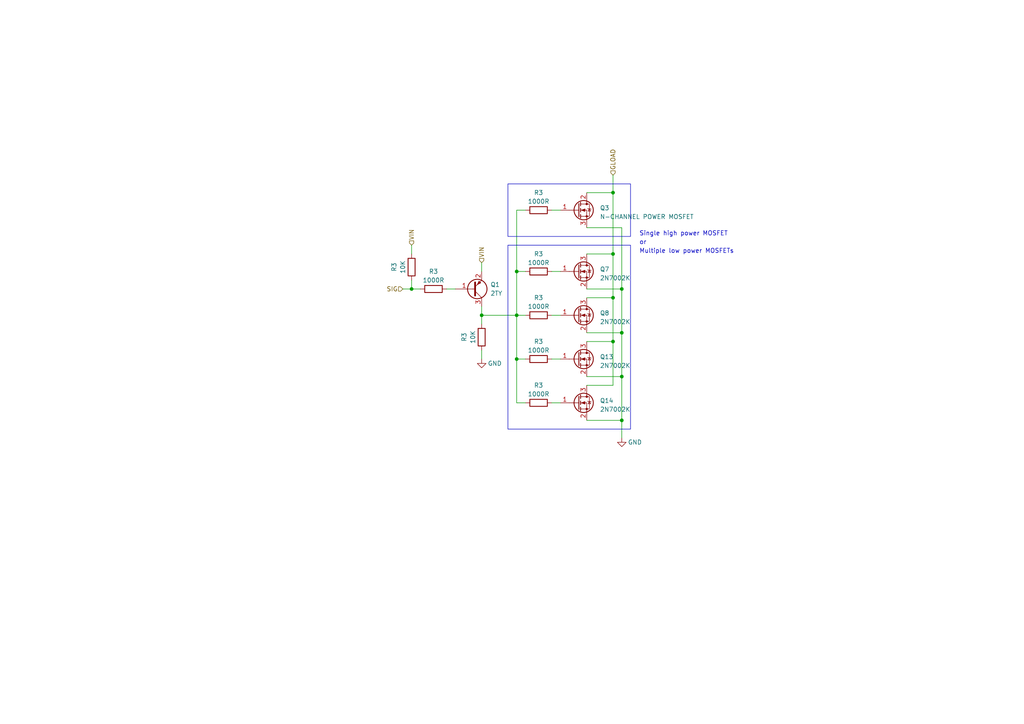
<source format=kicad_sch>
(kicad_sch (version 20230121) (generator eeschema)

  (uuid 8cb43ca4-5e97-434c-82b7-4e3e880c0aba)

  (paper "A4")

  (lib_symbols
    (symbol "Custom:2TY" (pin_names (offset 0) hide) (in_bom yes) (on_board yes)
      (property "Reference" "Q3" (at 5.08 -0.635 0)
        (effects (font (size 1.27 1.27)) (justify left))
      )
      (property "Value" "2TY" (at 5.08 1.905 0)
        (effects (font (size 1.27 1.27)) (justify left))
      )
      (property "Footprint" "Package_TO_SOT_SMD:SOT-23" (at 5.08 1.905 0)
        (effects (font (size 1.27 1.27) italic) (justify left) hide)
      )
      (property "Datasheet" "" (at 0 0 0)
        (effects (font (size 1.27 1.27)) (justify left) hide)
      )
      (property "ki_keywords" "S8550 PNP Low Voltage High Current Transistor" (at 0 0 0)
        (effects (font (size 1.27 1.27)) hide)
      )
      (property "ki_description" "0.7A Ic, 20V Vce, Low Voltage High Current PNP Transistor, TO-92" (at 0 0 0)
        (effects (font (size 1.27 1.27)) hide)
      )
      (property "ki_fp_filters" "TO?92*" (at 0 0 0)
        (effects (font (size 1.27 1.27)) hide)
      )
      (symbol "2TY_0_1"
        (polyline
          (pts
            (xy 0 0)
            (xy 0.635 0)
          )
          (stroke (width 0) (type default))
          (fill (type none))
        )
        (polyline
          (pts
            (xy 2.54 -2.54)
            (xy 0.635 -0.635)
          )
          (stroke (width 0) (type default))
          (fill (type none))
        )
        (polyline
          (pts
            (xy 2.54 2.54)
            (xy 0.635 0.635)
          )
          (stroke (width 0) (type default))
          (fill (type none))
        )
        (polyline
          (pts
            (xy 0.635 1.905)
            (xy 0.635 -1.905)
            (xy 0.635 -1.905)
          )
          (stroke (width 0.508) (type default))
          (fill (type outline))
        )
        (polyline
          (pts
            (xy 1.778 -2.286)
            (xy 2.286 -1.778)
            (xy 1.27 -1.27)
            (xy 1.778 -2.286)
            (xy 1.778 -2.286)
          )
          (stroke (width 0) (type default))
          (fill (type outline))
        )
        (circle (center 1.27 0) (radius 2.8194)
          (stroke (width 0.254) (type default))
          (fill (type none))
        )
      )
      (symbol "2TY_1_1"
        (pin input line (at -5.08 0 0) (length 5.08)
          (name "B" (effects (font (size 1.27 1.27))))
          (number "1" (effects (font (size 1.27 1.27))))
        )
        (pin passive line (at 2.54 -5.08 90) (length 2.54)
          (name "E" (effects (font (size 1.27 1.27))))
          (number "2" (effects (font (size 1.27 1.27))))
        )
        (pin passive line (at 2.54 5.08 270) (length 2.54)
          (name "C" (effects (font (size 1.27 1.27))))
          (number "3" (effects (font (size 1.27 1.27))))
        )
      )
    )
    (symbol "Device:R" (pin_numbers hide) (pin_names (offset 0)) (in_bom yes) (on_board yes)
      (property "Reference" "R" (at 2.032 0 90)
        (effects (font (size 1.27 1.27)))
      )
      (property "Value" "R" (at 0 0 90)
        (effects (font (size 1.27 1.27)))
      )
      (property "Footprint" "" (at -1.778 0 90)
        (effects (font (size 1.27 1.27)) hide)
      )
      (property "Datasheet" "~" (at 0 0 0)
        (effects (font (size 1.27 1.27)) hide)
      )
      (property "ki_keywords" "R res resistor" (at 0 0 0)
        (effects (font (size 1.27 1.27)) hide)
      )
      (property "ki_description" "Resistor" (at 0 0 0)
        (effects (font (size 1.27 1.27)) hide)
      )
      (property "ki_fp_filters" "R_*" (at 0 0 0)
        (effects (font (size 1.27 1.27)) hide)
      )
      (symbol "R_0_1"
        (rectangle (start -1.016 -2.54) (end 1.016 2.54)
          (stroke (width 0.254) (type default))
          (fill (type none))
        )
      )
      (symbol "R_1_1"
        (pin passive line (at 0 3.81 270) (length 1.27)
          (name "~" (effects (font (size 1.27 1.27))))
          (number "1" (effects (font (size 1.27 1.27))))
        )
        (pin passive line (at 0 -3.81 90) (length 1.27)
          (name "~" (effects (font (size 1.27 1.27))))
          (number "2" (effects (font (size 1.27 1.27))))
        )
      )
    )
    (symbol "Transistor_FET:2N7002K" (pin_names hide) (in_bom yes) (on_board yes)
      (property "Reference" "Q" (at 5.08 1.905 0)
        (effects (font (size 1.27 1.27)) (justify left))
      )
      (property "Value" "2N7002K" (at 5.08 0 0)
        (effects (font (size 1.27 1.27)) (justify left))
      )
      (property "Footprint" "Package_TO_SOT_SMD:SOT-23" (at 5.08 -1.905 0)
        (effects (font (size 1.27 1.27) italic) (justify left) hide)
      )
      (property "Datasheet" "https://www.diodes.com/assets/Datasheets/ds30896.pdf" (at 0 0 0)
        (effects (font (size 1.27 1.27)) (justify left) hide)
      )
      (property "ki_keywords" "N-Channel MOSFET" (at 0 0 0)
        (effects (font (size 1.27 1.27)) hide)
      )
      (property "ki_description" "0.38A Id, 60V Vds, N-Channel MOSFET, SOT-23" (at 0 0 0)
        (effects (font (size 1.27 1.27)) hide)
      )
      (property "ki_fp_filters" "SOT?23*" (at 0 0 0)
        (effects (font (size 1.27 1.27)) hide)
      )
      (symbol "2N7002K_0_1"
        (polyline
          (pts
            (xy 0.254 0)
            (xy -2.54 0)
          )
          (stroke (width 0) (type default))
          (fill (type none))
        )
        (polyline
          (pts
            (xy 0.254 1.905)
            (xy 0.254 -1.905)
          )
          (stroke (width 0.254) (type default))
          (fill (type none))
        )
        (polyline
          (pts
            (xy 0.762 -1.27)
            (xy 0.762 -2.286)
          )
          (stroke (width 0.254) (type default))
          (fill (type none))
        )
        (polyline
          (pts
            (xy 0.762 0.508)
            (xy 0.762 -0.508)
          )
          (stroke (width 0.254) (type default))
          (fill (type none))
        )
        (polyline
          (pts
            (xy 0.762 2.286)
            (xy 0.762 1.27)
          )
          (stroke (width 0.254) (type default))
          (fill (type none))
        )
        (polyline
          (pts
            (xy 2.54 2.54)
            (xy 2.54 1.778)
          )
          (stroke (width 0) (type default))
          (fill (type none))
        )
        (polyline
          (pts
            (xy 2.54 -2.54)
            (xy 2.54 0)
            (xy 0.762 0)
          )
          (stroke (width 0) (type default))
          (fill (type none))
        )
        (polyline
          (pts
            (xy 0.762 -1.778)
            (xy 3.302 -1.778)
            (xy 3.302 1.778)
            (xy 0.762 1.778)
          )
          (stroke (width 0) (type default))
          (fill (type none))
        )
        (polyline
          (pts
            (xy 1.016 0)
            (xy 2.032 0.381)
            (xy 2.032 -0.381)
            (xy 1.016 0)
          )
          (stroke (width 0) (type default))
          (fill (type outline))
        )
        (polyline
          (pts
            (xy 2.794 0.508)
            (xy 2.921 0.381)
            (xy 3.683 0.381)
            (xy 3.81 0.254)
          )
          (stroke (width 0) (type default))
          (fill (type none))
        )
        (polyline
          (pts
            (xy 3.302 0.381)
            (xy 2.921 -0.254)
            (xy 3.683 -0.254)
            (xy 3.302 0.381)
          )
          (stroke (width 0) (type default))
          (fill (type none))
        )
        (circle (center 1.651 0) (radius 2.794)
          (stroke (width 0.254) (type default))
          (fill (type none))
        )
        (circle (center 2.54 -1.778) (radius 0.254)
          (stroke (width 0) (type default))
          (fill (type outline))
        )
        (circle (center 2.54 1.778) (radius 0.254)
          (stroke (width 0) (type default))
          (fill (type outline))
        )
      )
      (symbol "2N7002K_1_1"
        (pin input line (at -5.08 0 0) (length 2.54)
          (name "G" (effects (font (size 1.27 1.27))))
          (number "1" (effects (font (size 1.27 1.27))))
        )
        (pin passive line (at 2.54 -5.08 90) (length 2.54)
          (name "S" (effects (font (size 1.27 1.27))))
          (number "2" (effects (font (size 1.27 1.27))))
        )
        (pin passive line (at 2.54 5.08 270) (length 2.54)
          (name "D" (effects (font (size 1.27 1.27))))
          (number "3" (effects (font (size 1.27 1.27))))
        )
      )
    )
    (symbol "Transistor_FET:IPD50R3K0CE" (pin_names hide) (in_bom yes) (on_board yes)
      (property "Reference" "Q" (at 5.08 1.905 0)
        (effects (font (size 1.27 1.27)) (justify left))
      )
      (property "Value" "IPD50R3K0CE" (at 5.08 0 0)
        (effects (font (size 1.27 1.27)) (justify left))
      )
      (property "Footprint" "Package_TO_SOT_SMD:TO-252-2" (at 5.08 -1.905 0)
        (effects (font (size 1.27 1.27) italic) (justify left) hide)
      )
      (property "Datasheet" "https://www.infineon.com/dgdl/IPx50R3K0CE_2_0.pdf?folderId=db3a3043163797a6011637d4bae7003b&fileId=db3a304339dcf4b10139e7e9ff592ce4" (at 0 0 0)
        (effects (font (size 1.27 1.27)) (justify left) hide)
      )
      (property "ki_keywords" "CoolMOS Power MOSFET N-MOS" (at 0 0 0)
        (effects (font (size 1.27 1.27)) hide)
      )
      (property "ki_description" "1.7A Id, 500V Vds, CoolMOS N-Channel Power MOSFET, 3Ohm Ron, 4.3nC Qg (typ), TO-252-2" (at 0 0 0)
        (effects (font (size 1.27 1.27)) hide)
      )
      (property "ki_fp_filters" "TO?252*" (at 0 0 0)
        (effects (font (size 1.27 1.27)) hide)
      )
      (symbol "IPD50R3K0CE_0_1"
        (polyline
          (pts
            (xy 0.254 0)
            (xy -2.54 0)
          )
          (stroke (width 0) (type default))
          (fill (type none))
        )
        (polyline
          (pts
            (xy 0.254 1.905)
            (xy 0.254 -1.905)
          )
          (stroke (width 0.254) (type default))
          (fill (type none))
        )
        (polyline
          (pts
            (xy 0.762 -1.27)
            (xy 0.762 -2.286)
          )
          (stroke (width 0.254) (type default))
          (fill (type none))
        )
        (polyline
          (pts
            (xy 0.762 0.508)
            (xy 0.762 -0.508)
          )
          (stroke (width 0.254) (type default))
          (fill (type none))
        )
        (polyline
          (pts
            (xy 0.762 2.286)
            (xy 0.762 1.27)
          )
          (stroke (width 0.254) (type default))
          (fill (type none))
        )
        (polyline
          (pts
            (xy 2.54 2.54)
            (xy 2.54 1.778)
          )
          (stroke (width 0) (type default))
          (fill (type none))
        )
        (polyline
          (pts
            (xy 2.54 -2.54)
            (xy 2.54 0)
            (xy 0.762 0)
          )
          (stroke (width 0) (type default))
          (fill (type none))
        )
        (polyline
          (pts
            (xy 0.762 -1.778)
            (xy 3.302 -1.778)
            (xy 3.302 1.778)
            (xy 0.762 1.778)
          )
          (stroke (width 0) (type default))
          (fill (type none))
        )
        (polyline
          (pts
            (xy 1.016 0)
            (xy 2.032 0.381)
            (xy 2.032 -0.381)
            (xy 1.016 0)
          )
          (stroke (width 0) (type default))
          (fill (type outline))
        )
        (polyline
          (pts
            (xy 2.794 0.508)
            (xy 2.921 0.381)
            (xy 3.683 0.381)
            (xy 3.81 0.254)
          )
          (stroke (width 0) (type default))
          (fill (type none))
        )
        (polyline
          (pts
            (xy 3.302 0.381)
            (xy 2.921 -0.254)
            (xy 3.683 -0.254)
            (xy 3.302 0.381)
          )
          (stroke (width 0) (type default))
          (fill (type none))
        )
        (circle (center 1.651 0) (radius 2.794)
          (stroke (width 0.254) (type default))
          (fill (type none))
        )
        (circle (center 2.54 -1.778) (radius 0.254)
          (stroke (width 0) (type default))
          (fill (type outline))
        )
        (circle (center 2.54 1.778) (radius 0.254)
          (stroke (width 0) (type default))
          (fill (type outline))
        )
      )
      (symbol "IPD50R3K0CE_1_1"
        (pin input line (at -5.08 0 0) (length 2.54)
          (name "G" (effects (font (size 1.27 1.27))))
          (number "1" (effects (font (size 1.27 1.27))))
        )
        (pin passive line (at 2.54 5.08 270) (length 2.54)
          (name "D" (effects (font (size 1.27 1.27))))
          (number "2" (effects (font (size 1.27 1.27))))
        )
        (pin passive line (at 2.54 -5.08 90) (length 2.54)
          (name "S" (effects (font (size 1.27 1.27))))
          (number "3" (effects (font (size 1.27 1.27))))
        )
      )
    )
    (symbol "power:GND" (power) (pin_names (offset 0)) (in_bom yes) (on_board yes)
      (property "Reference" "#PWR" (at 0 -6.35 0)
        (effects (font (size 1.27 1.27)) hide)
      )
      (property "Value" "GND" (at 0 -3.81 0)
        (effects (font (size 1.27 1.27)))
      )
      (property "Footprint" "" (at 0 0 0)
        (effects (font (size 1.27 1.27)) hide)
      )
      (property "Datasheet" "" (at 0 0 0)
        (effects (font (size 1.27 1.27)) hide)
      )
      (property "ki_keywords" "global power" (at 0 0 0)
        (effects (font (size 1.27 1.27)) hide)
      )
      (property "ki_description" "Power symbol creates a global label with name \"GND\" , ground" (at 0 0 0)
        (effects (font (size 1.27 1.27)) hide)
      )
      (symbol "GND_0_1"
        (polyline
          (pts
            (xy 0 0)
            (xy 0 -1.27)
            (xy 1.27 -1.27)
            (xy 0 -2.54)
            (xy -1.27 -1.27)
            (xy 0 -1.27)
          )
          (stroke (width 0) (type default))
          (fill (type none))
        )
      )
      (symbol "GND_1_1"
        (pin power_in line (at 0 0 270) (length 0) hide
          (name "GND" (effects (font (size 1.27 1.27))))
          (number "1" (effects (font (size 1.27 1.27))))
        )
      )
    )
  )

  (junction (at 177.8 99.06) (diameter 0) (color 0 0 0 0)
    (uuid 0740b06e-8ab0-4abc-883f-b6ad752e80e5)
  )
  (junction (at 119.38 83.82) (diameter 0) (color 0 0 0 0)
    (uuid 086bb351-ba50-4712-8ea8-709c69319eae)
  )
  (junction (at 177.8 86.36) (diameter 0) (color 0 0 0 0)
    (uuid 10e45c8d-43e8-42f9-b4bd-141b42df068d)
  )
  (junction (at 149.86 91.44) (diameter 0) (color 0 0 0 0)
    (uuid 1b4e0885-4cbe-4854-8682-218c1ea2e4bd)
  )
  (junction (at 177.8 55.88) (diameter 0) (color 0 0 0 0)
    (uuid 233e5895-de8d-45a5-8558-dd4a5e06446a)
  )
  (junction (at 139.7 91.44) (diameter 0) (color 0 0 0 0)
    (uuid 3e7fe321-b7d7-44e5-bdaa-a389cd786896)
  )
  (junction (at 149.86 104.14) (diameter 0) (color 0 0 0 0)
    (uuid 40d068ea-8748-4ede-a10a-ec145df8c8bf)
  )
  (junction (at 180.34 96.52) (diameter 0) (color 0 0 0 0)
    (uuid 55193c9e-2a1c-493c-9a98-9398f44504f3)
  )
  (junction (at 180.34 121.92) (diameter 0) (color 0 0 0 0)
    (uuid 9b6080ca-dc20-4748-ad49-fde018c68f5f)
  )
  (junction (at 177.8 73.66) (diameter 0) (color 0 0 0 0)
    (uuid b3cea42a-2772-4cd9-b160-d3a65077d172)
  )
  (junction (at 180.34 109.22) (diameter 0) (color 0 0 0 0)
    (uuid b4f22155-4dec-4960-8b7f-1bde74e6450c)
  )
  (junction (at 149.86 78.74) (diameter 0) (color 0 0 0 0)
    (uuid c0e123c5-4076-439c-9028-4d141808c345)
  )
  (junction (at 180.34 83.82) (diameter 0) (color 0 0 0 0)
    (uuid c8b46815-c31a-46de-9555-eb9e2f303af6)
  )

  (wire (pts (xy 180.34 96.52) (xy 180.34 109.22))
    (stroke (width 0) (type default))
    (uuid 03eeeb66-3d3c-482a-9a27-ed564a499018)
  )
  (wire (pts (xy 116.84 83.82) (xy 119.38 83.82))
    (stroke (width 0) (type default))
    (uuid 0ae1f92a-7e26-4b69-90d4-51f41cf9b1e0)
  )
  (wire (pts (xy 119.38 83.82) (xy 119.38 81.28))
    (stroke (width 0) (type default))
    (uuid 0bc84362-0f73-4e9d-b94c-cb8807c2aedf)
  )
  (wire (pts (xy 149.86 60.96) (xy 152.4 60.96))
    (stroke (width 0) (type default))
    (uuid 0fef7415-fd68-4d4d-b0e0-e116c7fc05cc)
  )
  (wire (pts (xy 170.18 66.04) (xy 180.34 66.04))
    (stroke (width 0) (type default))
    (uuid 15fec99e-9671-401d-86a7-f49833a37478)
  )
  (wire (pts (xy 170.18 109.22) (xy 180.34 109.22))
    (stroke (width 0) (type default))
    (uuid 17d07fd8-a1b7-4970-bc42-956df4f10f63)
  )
  (wire (pts (xy 170.18 121.92) (xy 180.34 121.92))
    (stroke (width 0) (type default))
    (uuid 1978055a-062e-4c93-8081-dd8c67134857)
  )
  (wire (pts (xy 180.34 66.04) (xy 180.34 83.82))
    (stroke (width 0) (type default))
    (uuid 1e2ebc9b-f6d7-41c4-a20c-0b4f485cc7b6)
  )
  (wire (pts (xy 149.86 78.74) (xy 149.86 91.44))
    (stroke (width 0) (type default))
    (uuid 2483e02c-b59b-4c6d-b48d-831405c881bf)
  )
  (wire (pts (xy 139.7 88.9) (xy 139.7 91.44))
    (stroke (width 0) (type default))
    (uuid 294cbc0b-2a19-41db-bb44-c45d5744b07d)
  )
  (wire (pts (xy 177.8 55.88) (xy 177.8 73.66))
    (stroke (width 0) (type default))
    (uuid 2996b781-12b1-43d0-a1d1-9659c7280a4f)
  )
  (wire (pts (xy 129.54 83.82) (xy 132.08 83.82))
    (stroke (width 0) (type default))
    (uuid 2e77cef8-ba24-4be3-941f-7ffec48542f7)
  )
  (wire (pts (xy 119.38 83.82) (xy 121.92 83.82))
    (stroke (width 0) (type default))
    (uuid 31caaaeb-f74d-4a89-a273-045509cacd71)
  )
  (wire (pts (xy 160.02 104.14) (xy 162.56 104.14))
    (stroke (width 0) (type default))
    (uuid 37b242e4-c932-4d26-bf53-b73551946eab)
  )
  (wire (pts (xy 139.7 101.6) (xy 139.7 104.14))
    (stroke (width 0) (type default))
    (uuid 423d721b-ffb4-4de4-ad75-e4432df86e2b)
  )
  (wire (pts (xy 160.02 91.44) (xy 162.56 91.44))
    (stroke (width 0) (type default))
    (uuid 46c4302b-1ca4-43ad-b6ad-02d74a98a1e8)
  )
  (wire (pts (xy 177.8 73.66) (xy 177.8 86.36))
    (stroke (width 0) (type default))
    (uuid 46e66692-1383-43b2-9b10-c64bea388761)
  )
  (wire (pts (xy 149.86 60.96) (xy 149.86 78.74))
    (stroke (width 0) (type default))
    (uuid 4823b1c1-cc74-476a-b38c-c46782c53705)
  )
  (wire (pts (xy 149.86 91.44) (xy 149.86 104.14))
    (stroke (width 0) (type default))
    (uuid 4fe97642-ec92-47cf-9f23-e8e9632288cd)
  )
  (wire (pts (xy 180.34 109.22) (xy 180.34 121.92))
    (stroke (width 0) (type default))
    (uuid 55308623-d59a-40ae-875e-5aeebb10f449)
  )
  (wire (pts (xy 170.18 55.88) (xy 177.8 55.88))
    (stroke (width 0) (type default))
    (uuid 56cb1030-117f-4f94-92a9-e0cf47e2e92d)
  )
  (wire (pts (xy 170.18 99.06) (xy 177.8 99.06))
    (stroke (width 0) (type default))
    (uuid 5b32ad56-af4a-4e1a-80b8-71ec05b227ff)
  )
  (wire (pts (xy 149.86 91.44) (xy 152.4 91.44))
    (stroke (width 0) (type default))
    (uuid 61273400-db1f-4833-a7a4-502f1499f6c1)
  )
  (wire (pts (xy 170.18 96.52) (xy 180.34 96.52))
    (stroke (width 0) (type default))
    (uuid 6b98d58b-c194-4c1d-8965-9cee2a9782f8)
  )
  (wire (pts (xy 170.18 73.66) (xy 177.8 73.66))
    (stroke (width 0) (type default))
    (uuid 6f4ec48e-2dbf-41fe-954a-6ffc1c678dd5)
  )
  (wire (pts (xy 177.8 86.36) (xy 177.8 99.06))
    (stroke (width 0) (type default))
    (uuid 739e2c4e-84b7-41a3-8096-947c0f46ee8f)
  )
  (wire (pts (xy 160.02 78.74) (xy 162.56 78.74))
    (stroke (width 0) (type default))
    (uuid 874934b3-a4e4-4ba2-bc46-25b76cb1643e)
  )
  (wire (pts (xy 177.8 50.8) (xy 177.8 55.88))
    (stroke (width 0) (type default))
    (uuid 8913aee5-c94b-4a4c-a0df-b3dc006657af)
  )
  (wire (pts (xy 139.7 76.2) (xy 139.7 78.74))
    (stroke (width 0) (type default))
    (uuid 93ef5eaa-ff7b-4026-a7e4-bdad97fb99ac)
  )
  (wire (pts (xy 149.86 104.14) (xy 152.4 104.14))
    (stroke (width 0) (type default))
    (uuid 9d759c98-3db2-4316-8d52-1bbb9a285181)
  )
  (wire (pts (xy 119.38 71.12) (xy 119.38 73.66))
    (stroke (width 0) (type default))
    (uuid abb1e801-23e5-4fc9-9580-35b28f3e283a)
  )
  (wire (pts (xy 177.8 99.06) (xy 177.8 111.76))
    (stroke (width 0) (type default))
    (uuid abfde652-7182-4be4-9ea8-725dbc94f7be)
  )
  (wire (pts (xy 160.02 116.84) (xy 162.56 116.84))
    (stroke (width 0) (type default))
    (uuid b01ffec2-2abe-4356-bf68-6db4724fc7fe)
  )
  (wire (pts (xy 170.18 86.36) (xy 177.8 86.36))
    (stroke (width 0) (type default))
    (uuid b390a138-c8ef-4a8f-81f5-002ed1208c72)
  )
  (wire (pts (xy 149.86 116.84) (xy 152.4 116.84))
    (stroke (width 0) (type default))
    (uuid b84cb0d1-c14b-4f37-8344-6c57c85a9fc1)
  )
  (wire (pts (xy 170.18 111.76) (xy 177.8 111.76))
    (stroke (width 0) (type default))
    (uuid bd165d30-4924-46db-86b7-228ee5027579)
  )
  (wire (pts (xy 180.34 127) (xy 180.34 121.92))
    (stroke (width 0) (type default))
    (uuid ccf3e1a6-5c6e-4bff-a057-75798cfcf037)
  )
  (wire (pts (xy 170.18 83.82) (xy 180.34 83.82))
    (stroke (width 0) (type default))
    (uuid d04b276b-c5fd-4e01-a4e2-51de35de6fa9)
  )
  (wire (pts (xy 149.86 78.74) (xy 152.4 78.74))
    (stroke (width 0) (type default))
    (uuid d6a77673-499c-4bb4-955c-ef2ad7c07b42)
  )
  (wire (pts (xy 139.7 91.44) (xy 139.7 93.98))
    (stroke (width 0) (type default))
    (uuid e54513bc-b327-4f52-9e67-d66ed1c46e53)
  )
  (wire (pts (xy 149.86 104.14) (xy 149.86 116.84))
    (stroke (width 0) (type default))
    (uuid f49a798e-a8e0-4ca9-ae28-ca5783609693)
  )
  (wire (pts (xy 160.02 60.96) (xy 162.56 60.96))
    (stroke (width 0) (type default))
    (uuid f57c5b8c-e6bb-4ff9-851d-fad7c37d6a7c)
  )
  (wire (pts (xy 139.7 91.44) (xy 149.86 91.44))
    (stroke (width 0) (type default))
    (uuid f607c474-92fd-44ac-8117-a61e4f364f03)
  )
  (wire (pts (xy 180.34 83.82) (xy 180.34 96.52))
    (stroke (width 0) (type default))
    (uuid f8f26924-486d-47e0-9e9f-907c3ebc0ed0)
  )

  (rectangle (start 147.32 53.34) (end 182.88 68.58)
    (stroke (width 0) (type default))
    (fill (type none))
    (uuid 54757a6f-3f82-4702-a511-6c8b82a457c4)
  )
  (rectangle (start 147.32 71.12) (end 182.88 124.46)
    (stroke (width 0) (type default))
    (fill (type none))
    (uuid 8d053e54-7a96-452e-9ed8-3b4258c4ce76)
  )

  (text "Multiple low power MOSFETs" (at 185.42 73.66 0)
    (effects (font (size 1.27 1.27)) (justify left bottom))
    (uuid 0d7e2064-3920-47cf-829d-4b135d7df776)
  )
  (text "or" (at 185.42 71.12 0)
    (effects (font (size 1.27 1.27)) (justify left bottom))
    (uuid 36eb807e-7cec-4177-ace2-66431c641dde)
  )
  (text "Single high power MOSFET" (at 185.42 68.58 0)
    (effects (font (size 1.27 1.27)) (justify left bottom))
    (uuid bd915303-35c1-4392-a668-5df05ce02604)
  )

  (hierarchical_label "VIN" (shape input) (at 139.7 76.2 90) (fields_autoplaced)
    (effects (font (size 1.27 1.27)) (justify left))
    (uuid 16015f28-4868-4a8a-a191-c907ec4394fd)
  )
  (hierarchical_label "VIN" (shape input) (at 119.38 71.12 90) (fields_autoplaced)
    (effects (font (size 1.27 1.27)) (justify left))
    (uuid 4d7775de-afa5-44c8-a6c5-a577aced7ba1)
  )
  (hierarchical_label "GLOAD" (shape input) (at 177.8 50.8 90) (fields_autoplaced)
    (effects (font (size 1.27 1.27)) (justify left))
    (uuid 720aa9ec-b2b0-4667-8f27-6d157115b60a)
  )
  (hierarchical_label "SIG" (shape input) (at 116.84 83.82 180) (fields_autoplaced)
    (effects (font (size 1.27 1.27)) (justify right))
    (uuid d377706c-b8a8-413d-ae3f-41d9ea75acd8)
  )

  (symbol (lib_id "Device:R") (at 156.21 91.44 90) (unit 1)
    (in_bom yes) (on_board yes) (dnp no)
    (uuid 079d3198-6ab7-47c7-b778-0d5593e136da)
    (property "Reference" "R3" (at 156.21 86.36 90)
      (effects (font (size 1.27 1.27)))
    )
    (property "Value" "1000R" (at 156.21 88.9 90)
      (effects (font (size 1.27 1.27)))
    )
    (property "Footprint" "Resistor_SMD:R_0805_2012Metric_Pad1.20x1.40mm_HandSolder" (at 156.21 93.218 90)
      (effects (font (size 1.27 1.27)) hide)
    )
    (property "Datasheet" "~" (at 156.21 91.44 0)
      (effects (font (size 1.27 1.27)) hide)
    )
    (pin "1" (uuid b06b2242-ac65-46a5-9207-2e438d0195d9))
    (pin "2" (uuid d5c1fef5-aefe-4e49-b94f-610fb914ade3))
    (instances
      (project "ws8211_dumb_adaptor3"
        (path "/caeba6dc-40c7-4978-ae06-c328ef162ad3"
          (reference "R3") (unit 1)
        )
        (path "/caeba6dc-40c7-4978-ae06-c328ef162ad3/258ce20e-5ce9-4ea1-8e7c-5850fed98bbd"
          (reference "R21") (unit 1)
        )
        (path "/caeba6dc-40c7-4978-ae06-c328ef162ad3/9c0fbe89-e198-43eb-9b57-d3a53c936eb1"
          (reference "R25") (unit 1)
        )
        (path "/caeba6dc-40c7-4978-ae06-c328ef162ad3/e60dacfb-78fd-4308-9ad3-144c6fb5c777"
          (reference "R29") (unit 1)
        )
      )
    )
  )

  (symbol (lib_id "Transistor_FET:IPD50R3K0CE") (at 167.64 60.96 0) (unit 1)
    (in_bom yes) (on_board yes) (dnp no) (fields_autoplaced)
    (uuid 0af21b34-c122-403e-8d97-dbade6d6bdc2)
    (property "Reference" "Q3" (at 173.99 60.325 0)
      (effects (font (size 1.27 1.27)) (justify left))
    )
    (property "Value" "N-CHANNEL POWER MOSFET" (at 173.99 62.865 0)
      (effects (font (size 1.27 1.27)) (justify left))
    )
    (property "Footprint" "Package_TO_SOT_SMD:TO-252-2" (at 172.72 62.865 0)
      (effects (font (size 1.27 1.27) italic) (justify left) hide)
    )
    (property "Datasheet" "" (at 167.64 60.96 0)
      (effects (font (size 1.27 1.27)) (justify left) hide)
    )
    (pin "1" (uuid dfd69eb8-c4bb-4361-b42c-ea9ef76300a8))
    (pin "2" (uuid 6cae2237-dd48-44d5-b15c-cab93c12c98e))
    (pin "3" (uuid 13e03f8e-4b2e-49a4-a797-749edd5454b1))
    (instances
      (project "ws8211_dumb_adaptor3"
        (path "/caeba6dc-40c7-4978-ae06-c328ef162ad3/258ce20e-5ce9-4ea1-8e7c-5850fed98bbd"
          (reference "Q3") (unit 1)
        )
        (path "/caeba6dc-40c7-4978-ae06-c328ef162ad3/9c0fbe89-e198-43eb-9b57-d3a53c936eb1"
          (reference "Q2") (unit 1)
        )
        (path "/caeba6dc-40c7-4978-ae06-c328ef162ad3/e60dacfb-78fd-4308-9ad3-144c6fb5c777"
          (reference "Q1") (unit 1)
        )
      )
    )
  )

  (symbol (lib_id "power:GND") (at 139.7 104.14 0) (unit 1)
    (in_bom yes) (on_board yes) (dnp no)
    (uuid 53524cf2-522a-47a0-a8c2-6cca5e721bb2)
    (property "Reference" "#PWR07" (at 139.7 110.49 0)
      (effects (font (size 1.27 1.27)) hide)
    )
    (property "Value" "GND" (at 143.51 105.41 0)
      (effects (font (size 1.27 1.27)))
    )
    (property "Footprint" "" (at 139.7 104.14 0)
      (effects (font (size 1.27 1.27)) hide)
    )
    (property "Datasheet" "" (at 139.7 104.14 0)
      (effects (font (size 1.27 1.27)) hide)
    )
    (pin "1" (uuid 86eb5ced-a8e2-44dc-8af1-4a7c30ebfaf9))
    (instances
      (project "ws8211_dumb_adaptor3"
        (path "/caeba6dc-40c7-4978-ae06-c328ef162ad3"
          (reference "#PWR07") (unit 1)
        )
        (path "/caeba6dc-40c7-4978-ae06-c328ef162ad3/258ce20e-5ce9-4ea1-8e7c-5850fed98bbd"
          (reference "#PWR08") (unit 1)
        )
        (path "/caeba6dc-40c7-4978-ae06-c328ef162ad3/9c0fbe89-e198-43eb-9b57-d3a53c936eb1"
          (reference "#PWR05") (unit 1)
        )
        (path "/caeba6dc-40c7-4978-ae06-c328ef162ad3/e60dacfb-78fd-4308-9ad3-144c6fb5c777"
          (reference "#PWR06") (unit 1)
        )
      )
    )
  )

  (symbol (lib_id "Device:R") (at 125.73 83.82 90) (unit 1)
    (in_bom yes) (on_board yes) (dnp no)
    (uuid 5b38fe63-ce20-447e-9855-e35850da627a)
    (property "Reference" "R3" (at 125.73 78.74 90)
      (effects (font (size 1.27 1.27)))
    )
    (property "Value" "1000R" (at 125.73 81.28 90)
      (effects (font (size 1.27 1.27)))
    )
    (property "Footprint" "Resistor_SMD:R_0805_2012Metric_Pad1.20x1.40mm_HandSolder" (at 125.73 85.598 90)
      (effects (font (size 1.27 1.27)) hide)
    )
    (property "Datasheet" "~" (at 125.73 83.82 0)
      (effects (font (size 1.27 1.27)) hide)
    )
    (pin "1" (uuid de652479-c643-4891-8540-ed06a7e905eb))
    (pin "2" (uuid ebfca5c5-6f68-4f20-a099-d272d5c8b180))
    (instances
      (project "ws8211_dumb_adaptor3"
        (path "/caeba6dc-40c7-4978-ae06-c328ef162ad3"
          (reference "R3") (unit 1)
        )
        (path "/caeba6dc-40c7-4978-ae06-c328ef162ad3/258ce20e-5ce9-4ea1-8e7c-5850fed98bbd"
          (reference "R17") (unit 1)
        )
        (path "/caeba6dc-40c7-4978-ae06-c328ef162ad3/9c0fbe89-e198-43eb-9b57-d3a53c936eb1"
          (reference "R10") (unit 1)
        )
        (path "/caeba6dc-40c7-4978-ae06-c328ef162ad3/e60dacfb-78fd-4308-9ad3-144c6fb5c777"
          (reference "R14") (unit 1)
        )
      )
    )
  )

  (symbol (lib_id "Device:R") (at 119.38 77.47 180) (unit 1)
    (in_bom yes) (on_board yes) (dnp no)
    (uuid 6338c98c-a07d-4c71-8b79-47b4af568035)
    (property "Reference" "R3" (at 114.3 77.47 90)
      (effects (font (size 1.27 1.27)))
    )
    (property "Value" "10K" (at 116.84 77.47 90)
      (effects (font (size 1.27 1.27)))
    )
    (property "Footprint" "Resistor_SMD:R_0805_2012Metric_Pad1.20x1.40mm_HandSolder" (at 121.158 77.47 90)
      (effects (font (size 1.27 1.27)) hide)
    )
    (property "Datasheet" "~" (at 119.38 77.47 0)
      (effects (font (size 1.27 1.27)) hide)
    )
    (pin "1" (uuid 301a91d6-4330-4f4c-8d01-2aeadacc1f90))
    (pin "2" (uuid 988a69f9-066b-474e-aa98-49093eacbddd))
    (instances
      (project "ws8211_dumb_adaptor3"
        (path "/caeba6dc-40c7-4978-ae06-c328ef162ad3"
          (reference "R3") (unit 1)
        )
        (path "/caeba6dc-40c7-4978-ae06-c328ef162ad3/258ce20e-5ce9-4ea1-8e7c-5850fed98bbd"
          (reference "R11") (unit 1)
        )
        (path "/caeba6dc-40c7-4978-ae06-c328ef162ad3/9c0fbe89-e198-43eb-9b57-d3a53c936eb1"
          (reference "R15") (unit 1)
        )
        (path "/caeba6dc-40c7-4978-ae06-c328ef162ad3/e60dacfb-78fd-4308-9ad3-144c6fb5c777"
          (reference "R8") (unit 1)
        )
      )
    )
  )

  (symbol (lib_id "Transistor_FET:2N7002K") (at 167.64 116.84 0) (unit 1)
    (in_bom yes) (on_board yes) (dnp no) (fields_autoplaced)
    (uuid 6859b591-1898-4baa-8a7c-5b024fca7879)
    (property "Reference" "Q14" (at 173.99 116.205 0)
      (effects (font (size 1.27 1.27)) (justify left))
    )
    (property "Value" "2N7002K" (at 173.99 118.745 0)
      (effects (font (size 1.27 1.27)) (justify left))
    )
    (property "Footprint" "Package_TO_SOT_SMD:SOT-23_Handsoldering" (at 172.72 118.745 0)
      (effects (font (size 1.27 1.27) italic) (justify left) hide)
    )
    (property "Datasheet" "https://www.diodes.com/assets/Datasheets/ds30896.pdf" (at 167.64 116.84 0)
      (effects (font (size 1.27 1.27)) (justify left) hide)
    )
    (pin "1" (uuid b52262a7-849e-4fd2-97c1-7f552c82367f))
    (pin "2" (uuid f77b715a-5a32-40ea-b0a4-ce3931caf556))
    (pin "3" (uuid d08e64f7-75a4-4b03-af96-3716e65eb366))
    (instances
      (project "ws8211_dumb_adaptor3"
        (path "/caeba6dc-40c7-4978-ae06-c328ef162ad3/258ce20e-5ce9-4ea1-8e7c-5850fed98bbd"
          (reference "Q14") (unit 1)
        )
        (path "/caeba6dc-40c7-4978-ae06-c328ef162ad3/9c0fbe89-e198-43eb-9b57-d3a53c936eb1"
          (reference "Q16") (unit 1)
        )
        (path "/caeba6dc-40c7-4978-ae06-c328ef162ad3/e60dacfb-78fd-4308-9ad3-144c6fb5c777"
          (reference "Q18") (unit 1)
        )
      )
    )
  )

  (symbol (lib_id "Device:R") (at 156.21 78.74 90) (unit 1)
    (in_bom yes) (on_board yes) (dnp no)
    (uuid 8f743fcf-6af2-4874-912f-91999d6f4f00)
    (property "Reference" "R3" (at 156.21 73.66 90)
      (effects (font (size 1.27 1.27)))
    )
    (property "Value" "1000R" (at 156.21 76.2 90)
      (effects (font (size 1.27 1.27)))
    )
    (property "Footprint" "Resistor_SMD:R_0805_2012Metric_Pad1.20x1.40mm_HandSolder" (at 156.21 80.518 90)
      (effects (font (size 1.27 1.27)) hide)
    )
    (property "Datasheet" "~" (at 156.21 78.74 0)
      (effects (font (size 1.27 1.27)) hide)
    )
    (pin "1" (uuid a65792d5-b21f-40dc-aee8-17a707a78962))
    (pin "2" (uuid 43976e32-6687-44f9-9859-dfd08c6f98cb))
    (instances
      (project "ws8211_dumb_adaptor3"
        (path "/caeba6dc-40c7-4978-ae06-c328ef162ad3"
          (reference "R3") (unit 1)
        )
        (path "/caeba6dc-40c7-4978-ae06-c328ef162ad3/258ce20e-5ce9-4ea1-8e7c-5850fed98bbd"
          (reference "R18") (unit 1)
        )
        (path "/caeba6dc-40c7-4978-ae06-c328ef162ad3/9c0fbe89-e198-43eb-9b57-d3a53c936eb1"
          (reference "R23") (unit 1)
        )
        (path "/caeba6dc-40c7-4978-ae06-c328ef162ad3/e60dacfb-78fd-4308-9ad3-144c6fb5c777"
          (reference "R26") (unit 1)
        )
      )
    )
  )

  (symbol (lib_id "Device:R") (at 156.21 116.84 90) (unit 1)
    (in_bom yes) (on_board yes) (dnp no)
    (uuid 95101522-4e70-41f5-b5bc-d39c603bafbe)
    (property "Reference" "R3" (at 156.21 111.76 90)
      (effects (font (size 1.27 1.27)))
    )
    (property "Value" "1000R" (at 156.21 114.3 90)
      (effects (font (size 1.27 1.27)))
    )
    (property "Footprint" "Resistor_SMD:R_0805_2012Metric_Pad1.20x1.40mm_HandSolder" (at 156.21 118.618 90)
      (effects (font (size 1.27 1.27)) hide)
    )
    (property "Datasheet" "~" (at 156.21 116.84 0)
      (effects (font (size 1.27 1.27)) hide)
    )
    (pin "1" (uuid d8a219cf-5fd0-4035-a835-7833828ba05b))
    (pin "2" (uuid 337d8c07-12e4-4fdf-89ef-82f72ec96085))
    (instances
      (project "ws8211_dumb_adaptor3"
        (path "/caeba6dc-40c7-4978-ae06-c328ef162ad3"
          (reference "R3") (unit 1)
        )
        (path "/caeba6dc-40c7-4978-ae06-c328ef162ad3/258ce20e-5ce9-4ea1-8e7c-5850fed98bbd"
          (reference "R20") (unit 1)
        )
        (path "/caeba6dc-40c7-4978-ae06-c328ef162ad3/9c0fbe89-e198-43eb-9b57-d3a53c936eb1"
          (reference "R24") (unit 1)
        )
        (path "/caeba6dc-40c7-4978-ae06-c328ef162ad3/e60dacfb-78fd-4308-9ad3-144c6fb5c777"
          (reference "R28") (unit 1)
        )
      )
    )
  )

  (symbol (lib_id "Transistor_FET:2N7002K") (at 167.64 78.74 0) (unit 1)
    (in_bom yes) (on_board yes) (dnp no) (fields_autoplaced)
    (uuid 96d8dd76-d9f3-463b-8c44-ad34d7e5bef1)
    (property "Reference" "Q7" (at 173.99 78.105 0)
      (effects (font (size 1.27 1.27)) (justify left))
    )
    (property "Value" "2N7002K" (at 173.99 80.645 0)
      (effects (font (size 1.27 1.27)) (justify left))
    )
    (property "Footprint" "Package_TO_SOT_SMD:SOT-23_Handsoldering" (at 172.72 80.645 0)
      (effects (font (size 1.27 1.27) italic) (justify left) hide)
    )
    (property "Datasheet" "https://www.diodes.com/assets/Datasheets/ds30896.pdf" (at 167.64 78.74 0)
      (effects (font (size 1.27 1.27)) (justify left) hide)
    )
    (pin "1" (uuid 9242b1be-fb5f-4eb9-bdbb-a52ea8cfceab))
    (pin "2" (uuid b6e178cb-5614-4014-b617-c1b2b397cb77))
    (pin "3" (uuid cb70af79-b1f0-4311-9a6e-21e49429d988))
    (instances
      (project "ws8211_dumb_adaptor3"
        (path "/caeba6dc-40c7-4978-ae06-c328ef162ad3/258ce20e-5ce9-4ea1-8e7c-5850fed98bbd"
          (reference "Q7") (unit 1)
        )
        (path "/caeba6dc-40c7-4978-ae06-c328ef162ad3/9c0fbe89-e198-43eb-9b57-d3a53c936eb1"
          (reference "Q9") (unit 1)
        )
        (path "/caeba6dc-40c7-4978-ae06-c328ef162ad3/e60dacfb-78fd-4308-9ad3-144c6fb5c777"
          (reference "Q11") (unit 1)
        )
      )
    )
  )

  (symbol (lib_id "Device:R") (at 156.21 104.14 90) (unit 1)
    (in_bom yes) (on_board yes) (dnp no)
    (uuid 9e9c8f8d-9312-409e-8092-31fd6817cc84)
    (property "Reference" "R3" (at 156.21 99.06 90)
      (effects (font (size 1.27 1.27)))
    )
    (property "Value" "1000R" (at 156.21 101.6 90)
      (effects (font (size 1.27 1.27)))
    )
    (property "Footprint" "Resistor_SMD:R_0805_2012Metric_Pad1.20x1.40mm_HandSolder" (at 156.21 105.918 90)
      (effects (font (size 1.27 1.27)) hide)
    )
    (property "Datasheet" "~" (at 156.21 104.14 0)
      (effects (font (size 1.27 1.27)) hide)
    )
    (pin "1" (uuid dd303f42-9b28-4c77-8679-58f3a9e923e1))
    (pin "2" (uuid ef9f0917-0bf2-4aed-b874-0522b0314e3a))
    (instances
      (project "ws8211_dumb_adaptor3"
        (path "/caeba6dc-40c7-4978-ae06-c328ef162ad3"
          (reference "R3") (unit 1)
        )
        (path "/caeba6dc-40c7-4978-ae06-c328ef162ad3/258ce20e-5ce9-4ea1-8e7c-5850fed98bbd"
          (reference "R19") (unit 1)
        )
        (path "/caeba6dc-40c7-4978-ae06-c328ef162ad3/9c0fbe89-e198-43eb-9b57-d3a53c936eb1"
          (reference "R22") (unit 1)
        )
        (path "/caeba6dc-40c7-4978-ae06-c328ef162ad3/e60dacfb-78fd-4308-9ad3-144c6fb5c777"
          (reference "R27") (unit 1)
        )
      )
    )
  )

  (symbol (lib_id "Transistor_FET:2N7002K") (at 167.64 104.14 0) (unit 1)
    (in_bom yes) (on_board yes) (dnp no) (fields_autoplaced)
    (uuid afc65d61-9551-4866-9cb5-5737e3f1e671)
    (property "Reference" "Q13" (at 173.99 103.505 0)
      (effects (font (size 1.27 1.27)) (justify left))
    )
    (property "Value" "2N7002K" (at 173.99 106.045 0)
      (effects (font (size 1.27 1.27)) (justify left))
    )
    (property "Footprint" "Package_TO_SOT_SMD:SOT-23_Handsoldering" (at 172.72 106.045 0)
      (effects (font (size 1.27 1.27) italic) (justify left) hide)
    )
    (property "Datasheet" "https://www.diodes.com/assets/Datasheets/ds30896.pdf" (at 167.64 104.14 0)
      (effects (font (size 1.27 1.27)) (justify left) hide)
    )
    (pin "1" (uuid 572a7da3-25c3-4312-bde8-3952d6ee8b8f))
    (pin "2" (uuid 65a1a7ab-b8f8-45ca-80b8-a324e54c0299))
    (pin "3" (uuid 433cc8b4-335a-4159-a51a-00711bf4eaa2))
    (instances
      (project "ws8211_dumb_adaptor3"
        (path "/caeba6dc-40c7-4978-ae06-c328ef162ad3/258ce20e-5ce9-4ea1-8e7c-5850fed98bbd"
          (reference "Q13") (unit 1)
        )
        (path "/caeba6dc-40c7-4978-ae06-c328ef162ad3/9c0fbe89-e198-43eb-9b57-d3a53c936eb1"
          (reference "Q15") (unit 1)
        )
        (path "/caeba6dc-40c7-4978-ae06-c328ef162ad3/e60dacfb-78fd-4308-9ad3-144c6fb5c777"
          (reference "Q17") (unit 1)
        )
      )
    )
  )

  (symbol (lib_id "Device:R") (at 156.21 60.96 90) (unit 1)
    (in_bom yes) (on_board yes) (dnp no)
    (uuid bc5b52b2-d467-4b0c-aaed-e8e58ecfe9ab)
    (property "Reference" "R3" (at 156.21 55.88 90)
      (effects (font (size 1.27 1.27)))
    )
    (property "Value" "1000R" (at 156.21 58.42 90)
      (effects (font (size 1.27 1.27)))
    )
    (property "Footprint" "Resistor_SMD:R_0805_2012Metric_Pad1.20x1.40mm_HandSolder" (at 156.21 62.738 90)
      (effects (font (size 1.27 1.27)) hide)
    )
    (property "Datasheet" "~" (at 156.21 60.96 0)
      (effects (font (size 1.27 1.27)) hide)
    )
    (pin "1" (uuid 73d4fc60-2cb8-47f5-8a7c-772bf021b24c))
    (pin "2" (uuid 90bb0124-9146-4a03-ad0f-79d387d21e84))
    (instances
      (project "ws8211_dumb_adaptor3"
        (path "/caeba6dc-40c7-4978-ae06-c328ef162ad3"
          (reference "R3") (unit 1)
        )
        (path "/caeba6dc-40c7-4978-ae06-c328ef162ad3/258ce20e-5ce9-4ea1-8e7c-5850fed98bbd"
          (reference "R6") (unit 1)
        )
        (path "/caeba6dc-40c7-4978-ae06-c328ef162ad3/9c0fbe89-e198-43eb-9b57-d3a53c936eb1"
          (reference "R5") (unit 1)
        )
        (path "/caeba6dc-40c7-4978-ae06-c328ef162ad3/e60dacfb-78fd-4308-9ad3-144c6fb5c777"
          (reference "R4") (unit 1)
        )
      )
    )
  )

  (symbol (lib_id "power:GND") (at 180.34 127 0) (unit 1)
    (in_bom yes) (on_board yes) (dnp no)
    (uuid c3e97dbe-beb0-4893-aa2a-f966b025c60b)
    (property "Reference" "#PWR07" (at 180.34 133.35 0)
      (effects (font (size 1.27 1.27)) hide)
    )
    (property "Value" "GND" (at 184.15 128.27 0)
      (effects (font (size 1.27 1.27)))
    )
    (property "Footprint" "" (at 180.34 127 0)
      (effects (font (size 1.27 1.27)) hide)
    )
    (property "Datasheet" "" (at 180.34 127 0)
      (effects (font (size 1.27 1.27)) hide)
    )
    (pin "1" (uuid b337ac1d-26a9-45a2-be7b-db5d94f94e10))
    (instances
      (project "ws8211_dumb_adaptor3"
        (path "/caeba6dc-40c7-4978-ae06-c328ef162ad3"
          (reference "#PWR07") (unit 1)
        )
        (path "/caeba6dc-40c7-4978-ae06-c328ef162ad3/258ce20e-5ce9-4ea1-8e7c-5850fed98bbd"
          (reference "#PWR017") (unit 1)
        )
        (path "/caeba6dc-40c7-4978-ae06-c328ef162ad3/9c0fbe89-e198-43eb-9b57-d3a53c936eb1"
          (reference "#PWR018") (unit 1)
        )
        (path "/caeba6dc-40c7-4978-ae06-c328ef162ad3/e60dacfb-78fd-4308-9ad3-144c6fb5c777"
          (reference "#PWR019") (unit 1)
        )
      )
    )
  )

  (symbol (lib_id "Custom:2TY") (at 137.16 83.82 0) (mirror x) (unit 1)
    (in_bom yes) (on_board yes) (dnp no)
    (uuid d557049e-5b11-4311-917b-b9622c6f2f7a)
    (property "Reference" "Q1" (at 142.24 82.55 0)
      (effects (font (size 1.27 1.27)) (justify left))
    )
    (property "Value" "2TY" (at 142.24 85.09 0)
      (effects (font (size 1.27 1.27)) (justify left))
    )
    (property "Footprint" "Package_TO_SOT_SMD:SOT-23_Handsoldering" (at 142.24 85.725 0)
      (effects (font (size 1.27 1.27) italic) (justify left) hide)
    )
    (property "Datasheet" "http://www.unisonic.com.tw/datasheet/S8550.pdf" (at 137.16 83.82 0)
      (effects (font (size 1.27 1.27)) (justify left) hide)
    )
    (pin "1" (uuid d4b28b78-8638-4855-b635-50eddf5426f2))
    (pin "2" (uuid e9220d88-5b7b-4294-92cc-48a070e9a62a))
    (pin "3" (uuid 96b34343-c468-44af-be19-155c09f65111))
    (instances
      (project "ws8211_dumb_adaptor3"
        (path "/caeba6dc-40c7-4978-ae06-c328ef162ad3"
          (reference "Q1") (unit 1)
        )
        (path "/caeba6dc-40c7-4978-ae06-c328ef162ad3/258ce20e-5ce9-4ea1-8e7c-5850fed98bbd"
          (reference "Q6") (unit 1)
        )
        (path "/caeba6dc-40c7-4978-ae06-c328ef162ad3/9c0fbe89-e198-43eb-9b57-d3a53c936eb1"
          (reference "Q5") (unit 1)
        )
        (path "/caeba6dc-40c7-4978-ae06-c328ef162ad3/e60dacfb-78fd-4308-9ad3-144c6fb5c777"
          (reference "Q4") (unit 1)
        )
      )
    )
  )

  (symbol (lib_id "Device:R") (at 139.7 97.79 180) (unit 1)
    (in_bom yes) (on_board yes) (dnp no)
    (uuid ee6b1607-8e80-4e5b-a0ed-75515d7e6806)
    (property "Reference" "R3" (at 134.62 97.79 90)
      (effects (font (size 1.27 1.27)))
    )
    (property "Value" "10K" (at 137.16 97.79 90)
      (effects (font (size 1.27 1.27)))
    )
    (property "Footprint" "Resistor_SMD:R_0805_2012Metric_Pad1.20x1.40mm_HandSolder" (at 141.478 97.79 90)
      (effects (font (size 1.27 1.27)) hide)
    )
    (property "Datasheet" "~" (at 139.7 97.79 0)
      (effects (font (size 1.27 1.27)) hide)
    )
    (pin "1" (uuid 46eda045-3b40-44af-9ba7-ef1854909f8a))
    (pin "2" (uuid f616de36-f839-4cb6-b6dd-dfaeecb365b4))
    (instances
      (project "ws8211_dumb_adaptor3"
        (path "/caeba6dc-40c7-4978-ae06-c328ef162ad3"
          (reference "R3") (unit 1)
        )
        (path "/caeba6dc-40c7-4978-ae06-c328ef162ad3/258ce20e-5ce9-4ea1-8e7c-5850fed98bbd"
          (reference "R12") (unit 1)
        )
        (path "/caeba6dc-40c7-4978-ae06-c328ef162ad3/9c0fbe89-e198-43eb-9b57-d3a53c936eb1"
          (reference "R16") (unit 1)
        )
        (path "/caeba6dc-40c7-4978-ae06-c328ef162ad3/e60dacfb-78fd-4308-9ad3-144c6fb5c777"
          (reference "R9") (unit 1)
        )
      )
    )
  )

  (symbol (lib_id "Transistor_FET:2N7002K") (at 167.64 91.44 0) (unit 1)
    (in_bom yes) (on_board yes) (dnp no) (fields_autoplaced)
    (uuid f51ff1ad-2742-4f25-b315-873cb4db29a4)
    (property "Reference" "Q8" (at 173.99 90.805 0)
      (effects (font (size 1.27 1.27)) (justify left))
    )
    (property "Value" "2N7002K" (at 173.99 93.345 0)
      (effects (font (size 1.27 1.27)) (justify left))
    )
    (property "Footprint" "Package_TO_SOT_SMD:SOT-23_Handsoldering" (at 172.72 93.345 0)
      (effects (font (size 1.27 1.27) italic) (justify left) hide)
    )
    (property "Datasheet" "https://www.diodes.com/assets/Datasheets/ds30896.pdf" (at 167.64 91.44 0)
      (effects (font (size 1.27 1.27)) (justify left) hide)
    )
    (pin "1" (uuid 2f7b520c-2d48-4e38-a391-0c829f7bf173))
    (pin "2" (uuid 9353d630-2e7c-49d7-a27c-157f885d00e4))
    (pin "3" (uuid 79b5a6d8-956e-4b06-b543-6ab3eb48c4e2))
    (instances
      (project "ws8211_dumb_adaptor3"
        (path "/caeba6dc-40c7-4978-ae06-c328ef162ad3/258ce20e-5ce9-4ea1-8e7c-5850fed98bbd"
          (reference "Q8") (unit 1)
        )
        (path "/caeba6dc-40c7-4978-ae06-c328ef162ad3/9c0fbe89-e198-43eb-9b57-d3a53c936eb1"
          (reference "Q10") (unit 1)
        )
        (path "/caeba6dc-40c7-4978-ae06-c328ef162ad3/e60dacfb-78fd-4308-9ad3-144c6fb5c777"
          (reference "Q12") (unit 1)
        )
      )
    )
  )
)

</source>
